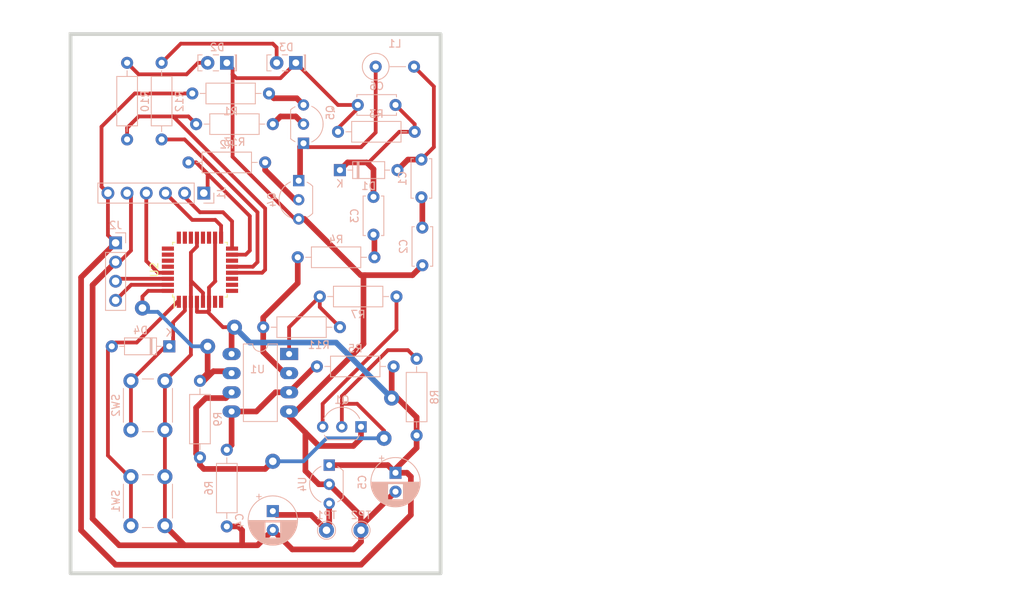
<source format=kicad_pcb>
(kicad_pcb (version 20221018) (generator pcbnew)
  (layers (0 "F.Cu" signal) (31 "B.Cu" signal) (34 "B.Paste" user) (35 "F.Paste" user) (36 "B.SilkS" user "B.Silkscreen") (37 "F.SilkS" user "F.Silkscreen") (38 "B.Mask" user) (39 "F.Mask" user) (44 "Edge.Cuts" user))
  (net 0 "")
  (net 1 "Net-(D1-A)")
  (net 2 "-BATT")
  (net 3 "Net-(D1-K)")
  (net 4 "Net-(C3-Pad2)")
  (net 5 "+BATT")
  (net 6 "VCC")
  (net 7 "Net-(D2-A)")
  (net 8 "Net-(D3-A)")
  (net 9 "Net-(D4-K)")
  (net 10 "Net-(U1A--)")
  (net 11 "Net-(U1A-+)")
  (net 12 "Net-(D4-A)")
  (net 25 "Net-(J1-Pin_1)")
  (net 26 "Net-(J1-Pin_2)")
  (net 27 "Net-(J1-Pin_3)")
  (net 28 "Net-(Q4-D)")
  (net 29 "Net-(Q1-C)")
  (net 30 "Net-(Q1-B)")
  (net 31 "Net-(Q4-G)")
  (net 32 "Net-(Q5-B)")
  (net 33 "Net-(Q5-C)")
  (net 34 "Net-(R11-Pad2)")
  (net 35 "Net-(U2-PD2)")
  (net 36 "Net-(U2-PB1)")
  (net 37 "Net-(J2-Pin_4)")
  (net 41 "Net-(C1-Pad2)")
  (net 42 "Net-(U2-PB0)")
  (net 43 "Net-(J2-Pin_3)")
  (net 44 "Net-(J1-Pin_4)")
  (footprint "Package_QFP:TQFP-32_7x7mm_P0.8mm" (layer "F.Cu") (at 80.772 84.328 90)
    (fp_text reference "U2" (at 0 -6.05 90) (layer "F.SilkS"))
    (fp_text value "ATmega8A-A")
    (pad "1" smd rect (at -4.25 -2.8 90) (size 1.6 0.55) (layers "F.Cu" "F.Paste" "F.Mask") (net 12 "Net-(D4-A)"))
    (pad "2" smd rect (at -4.25 -2 90) (size 1.6 0.55) (layers "F.Cu" "F.Paste" "F.Mask") (net 9 "Net-(D4-K)"))
    (pad "3" smd rect (at -4.25 -1.2 90) (size 1.6 0.55) (layers "F.Cu" "F.Paste" "F.Mask") (net 2 "-BATT"))
    (pad "4" smd rect (at -4.25 -0.4 90) (size 1.6 0.55) (layers "F.Cu" "F.Paste" "F.Mask") (net 6 "VCC"))
    (pad "5" smd rect (at -4.25 0.4 90) (size 1.6 0.55) (layers "F.Cu" "F.Paste" "F.Mask") (net 2 "-BATT"))
    (pad "6" smd rect (at -4.25 1.2 90) (size 1.6 0.55) (layers "F.Cu" "F.Paste" "F.Mask") (net 6 "VCC"))
    (pad "7" smd rect (at -4.25 2 90) (size 1.6 0.55) (layers "F.Cu" "F.Paste" "F.Mask"))
    (pad "8" smd rect (at -4.25 2.8 90) (size 1.6 0.55) (layers "F.Cu" "F.Paste" "F.Mask"))
    (pad "9" smd rect (at -2.8 4.25 180) (size 1.6 0.55) (layers "F.Cu" "F.Paste" "F.Mask"))
    (pad "10" smd rect (at -2 4.25 180) (size 1.6 0.55) (layers "F.Cu" "F.Paste" "F.Mask"))
    (pad "11" smd rect (at -1.2 4.25 180) (size 1.6 0.55) (layers "F.Cu" "F.Paste" "F.Mask"))
    (pad "12" smd rect (at -0.4 4.25 180) (size 1.6 0.55) (layers "F.Cu" "F.Paste" "F.Mask") (net 42 "Net-(U2-PB0)"))
    (pad "13" smd rect (at 0.4 4.25 180) (size 1.6 0.55) (layers "F.Cu" "F.Paste" "F.Mask") (net 36 "Net-(U2-PB1)"))
    (pad "14" smd rect (at 1.2 4.25 180) (size 1.6 0.55) (layers "F.Cu" "F.Paste" "F.Mask"))
    (pad "15" smd rect (at 2 4.25 180) (size 1.6 0.55) (layers "F.Cu" "F.Paste" "F.Mask") (net 25 "Net-(J1-Pin_1)"))
    (pad "16" smd rect (at 2.8 4.25 180) (size 1.6 0.55) (layers "F.Cu" "F.Paste" "F.Mask") (net 26 "Net-(J1-Pin_2)"))
    (pad "17" smd rect (at 4.25 2.8 90) (size 1.6 0.55) (layers "F.Cu" "F.Paste" "F.Mask") (net 27 "Net-(J1-Pin_3)"))
    (pad "18" smd rect (at 4.25 2 90) (size 1.6 0.55) (layers "F.Cu" "F.Paste" "F.Mask") (net 6 "VCC"))
    (pad "19" smd rect (at 4.25 1.2 90) (size 1.6 0.55) (layers "F.Cu" "F.Paste" "F.Mask"))
    (pad "20" smd rect (at 4.25 0.4 90) (size 1.6 0.55) (layers "F.Cu" "F.Paste" "F.Mask"))
    (pad "21" smd rect (at 4.25 -0.4 90) (size 1.6 0.55) (layers "F.Cu" "F.Paste" "F.Mask") (net 2 "-BATT"))
    (pad "22" smd rect (at 4.25 -1.2 90) (size 1.6 0.55) (layers "F.Cu" "F.Paste" "F.Mask"))
    (pad "23" smd rect (at 4.25 -2 90) (size 1.6 0.55) (layers "F.Cu" "F.Paste" "F.Mask"))
    (pad "24" smd rect (at 4.25 -2.8 90) (size 1.6 0.55) (layers "F.Cu" "F.Paste" "F.Mask"))
    (pad "25" smd rect (at 2.8 -4.25 180) (size 1.6 0.55) (layers "F.Cu" "F.Paste" "F.Mask"))
    (pad "26" smd rect (at 2 -4.25 180) (size 1.6 0.55) (layers "F.Cu" "F.Paste" "F.Mask"))
    (pad "27" smd rect (at 1.2 -4.25 180) (size 1.6 0.55) (layers "F.Cu" "F.Paste" "F.Mask"))
    (pad "28" smd rect (at 0.4 -4.25 180) (size 1.6 0.55) (layers "F.Cu" "F.Paste" "F.Mask"))
    (pad "29" smd rect (at -0.4 -4.25 180) (size 1.6 0.55) (layers "F.Cu" "F.Paste" "F.Mask") (net 44 "Net-(J1-Pin_4)"))
    (pad "30" smd rect (at -1.2 -4.25 180) (size 1.6 0.55) (layers "F.Cu" "F.Paste" "F.Mask") (net 43 "Net-(J2-Pin_3)"))
    (pad "31" smd rect (at -2 -4.25 180) (size 1.6 0.55) (layers "F.Cu" "F.Paste" "F.Mask") (net 37 "Net-(J2-Pin_4)"))
    (pad "32" smd rect (at -2.8 -4.25 180) (size 1.6 0.55) (layers "F.Cu" "F.Paste" "F.Mask") (net 35 "Net-(U2-PD2)"))
  )
  (footprint "Resistor_THT:R_Axial_DIN0207_L6.3mm_D2.5mm_P10.16mm_Horizontal" (layer "B.Cu") (at 80.772 109.22 90)
    (fp_text reference "R9" (at 5.08 2.37 90) (layer "B.SilkS") (effects (justify mirror)))
    (fp_text value "100k")
    (pad "1" thru_hole circle (at 0 0 90) (size 1.6 1.6) (drill 0.8) (layers "*.Cu" "*.Mask") (net 29 "Net-(Q1-C)"))
    (pad "2" thru_hole oval (at 10.16 0 90) (size 1.6 1.6) (drill 0.8) (layers "*.Cu" "*.Mask") (net 35 "Net-(U2-PD2)"))
  )
  (footprint "TestPoint:TestPoint_THTPad_D2.0mm_Drill1.0mm" (layer "B.Cu") (at 102.108 118.872 180)
    (fp_text reference "TP2" (at 0 1.998) (layer "B.SilkS") (effects (justify mirror)))
    (fp_text value "-BATT")
    (pad "1" thru_hole circle (at 0 0 180) (size 2 2) (drill 1) (layers "*.Cu" "*.Mask") (net 2 "-BATT"))
  )
  (footprint "Resistor_THT:R_Axial_DIN0207_L6.3mm_D2.5mm_P10.16mm_Horizontal" (layer "B.Cu") (at 103.886 82.677 180)
    (fp_text reference "R4" (at 5.08 2.37 -360) (layer "B.SilkS") (effects (justify mirror)))
    (fp_text value "33k")
    (pad "1" thru_hole circle (at 0 0 180) (size 1.6 1.6) (drill 0.8) (layers "*.Cu" "*.Mask") (net 4 "Net-(C3-Pad2)"))
    (pad "2" thru_hole oval (at 10.16 0 180) (size 1.6 1.6) (drill 0.8) (layers "*.Cu" "*.Mask") (net 10 "Net-(U1A--)"))
  )
  (footprint "Resistor_THT:R_Axial_DIN0207_L6.3mm_D2.5mm_P10.16mm_Horizontal" (layer "B.Cu") (at 96.647 87.884)
    (fp_text reference "R7" (at 5.08 2.37) (layer "B.SilkS") (effects (justify mirror)))
    (fp_text value "1k2")
    (pad "1" thru_hole circle (at 0 0) (size 1.6 1.6) (drill 0.8) (layers "*.Cu" "*.Mask") (net 34 "Net-(R11-Pad2)"))
    (pad "2" thru_hole oval (at 10.16 0) (size 1.6 1.6) (drill 0.8) (layers "*.Cu" "*.Mask") (net 30 "Net-(Q1-B)"))
  )
  (footprint "Package_TO_SOT_THT:TO-92_Inline_Wide" (layer "B.Cu") (at 93.853 72.517 -90)
    (fp_text reference "Q4" (at 2.54 3.56 90) (layer "B.SilkS") (effects (justify mirror)))
    (fp_text value "BS170")
    (pad "1" thru_hole rect (at 0 0 270) (size 1.5 1.5) (drill 0.8) (layers "*.Cu" "*.Mask") (net 28 "Net-(Q4-D)"))
    (pad "2" thru_hole circle (at 2.54 0 270) (size 1.5 1.5) (drill 0.8) (layers "*.Cu" "*.Mask") (net 31 "Net-(Q4-G)"))
    (pad "3" thru_hole circle (at 5.08 0 270) (size 1.5 1.5) (drill 0.8) (layers "*.Cu" "*.Mask") (net 2 "-BATT"))
  )
  (footprint "Resistor_THT:R_Axial_DIN0207_L6.3mm_D2.5mm_P10.16mm_Horizontal" (layer "B.Cu") (at 80.264 65.024)
    (fp_text reference "R13" (at 5.08 2.37) (layer "B.SilkS") (effects (justify mirror)))
    (fp_text value "100k")
    (pad "1" thru_hole circle (at 0 0) (size 1.6 1.6) (drill 0.8) (layers "*.Cu" "*.Mask") (net 42 "Net-(U2-PB0)"))
    (pad "2" thru_hole oval (at 10.16 0) (size 1.6 1.6) (drill 0.8) (layers "*.Cu" "*.Mask") (net 32 "Net-(Q5-B)"))
  )
  (footprint "Connector_PinHeader_2.54mm:PinHeader_1x04_P2.54mm_Vertical" (layer "B.Cu") (at 69.596 80.772 180)
    (fp_text reference "J2" (at 0 2.33) (layer "B.SilkS") (effects (justify mirror)))
    (fp_text value "UART pins")
    (pad "1" thru_hole rect (at 0 0 180) (size 1.7 1.7) (drill 1) (layers "*.Cu" "*.Mask") (net 6 "VCC"))
    (pad "2" thru_hole oval (at 0 -2.54 180) (size 1.7 1.7) (drill 1) (layers "*.Cu" "*.Mask") (net 2 "-BATT"))
    (pad "3" thru_hole oval (at 0 -5.08 180) (size 1.7 1.7) (drill 1) (layers "*.Cu" "*.Mask") (net 43 "Net-(J2-Pin_3)"))
    (pad "4" thru_hole oval (at 0 -7.62 180) (size 1.7 1.7) (drill 1) (layers "*.Cu" "*.Mask") (net 37 "Net-(J2-Pin_4)"))
  )
  (footprint "LED_THT:LED_Rectangular_W5.0mm_H2.0mm" (layer "B.Cu") (at 93.472 56.896 180)
    (fp_text reference "D3" (at 1.27 2.06) (layer "B.SilkS") (effects (justify mirror)))
    (fp_text value "LED")
    (pad "1" thru_hole rect (at 0 0 180) (size 1.8 1.8) (drill 0.9) (layers "*.Cu" "*.Mask") (net 2 "-BATT"))
    (pad "2" thru_hole circle (at 2.54 0 180) (size 1.8 1.8) (drill 0.9) (layers "*.Cu" "*.Mask") (net 8 "Net-(D3-A)"))
  )
  (footprint "Capacitor_THT:CP_Radial_D6.3mm_P2.50mm" (layer "B.Cu") (at 90.424 116.332 -90)
    (fp_text reference "C4" (at 1.25 4.4 90) (layer "B.SilkS") (effects (justify mirror)))
    (fp_text value "10u")
    (pad "1" thru_hole rect (at 0 0 270) (size 1.6 1.6) (drill 0.8) (layers "*.Cu" "*.Mask") (net 5 "+BATT"))
    (pad "2" thru_hole circle (at 2.5 0 270) (size 1.6 1.6) (drill 0.8) (layers "*.Cu" "*.Mask") (net 2 "-BATT"))
  )
  (footprint "Resistor_THT:R_Axial_DIN0207_L6.3mm_D2.5mm_P10.16mm_Horizontal" (layer "B.Cu") (at 79.756 60.96)
    (fp_text reference "R1" (at 5.08 2.37) (layer "B.SilkS") (effects (justify mirror)))
    (fp_text value "100")
    (pad "1" thru_hole circle (at 0 0) (size 1.6 1.6) (drill 0.8) (layers "*.Cu" "*.Mask") (net 6 "VCC"))
    (pad "2" thru_hole oval (at 10.16 0) (size 1.6 1.6) (drill 0.8) (layers "*.Cu" "*.Mask") (net 33 "Net-(Q5-C)"))
  )
  (footprint "Resistor_THT:R_Axial_DIN0207_L6.3mm_D2.5mm_P10.16mm_Horizontal" (layer "B.Cu") (at 84.328 108.204 -90)
    (fp_text reference "R6" (at 5.08 2.37 -270) (layer "B.SilkS") (effects (justify mirror)))
    (fp_text value "1k8")
    (pad "1" thru_hole circle (at 0 0 270) (size 1.6 1.6) (drill 0.8) (layers "*.Cu" "*.Mask") (net 11 "Net-(U1A-+)"))
    (pad "2" thru_hole oval (at 10.16 0 270) (size 1.6 1.6) (drill 0.8) (layers "*.Cu" "*.Mask") (net 2 "-BATT"))
  )
  (footprint "Package_TO_SOT_THT:TO-92L_Inline_Wide" (layer "B.Cu") (at 102.108 105.156 180)
    (fp_text reference "Q1" (at 2.54 3.56) (layer "B.SilkS") (effects (justify mirror)))
    (fp_text value "STC945")
    (pad "1" thru_hole rect (at 0 0 180) (size 1.5 1.5) (drill 0.8) (layers "*.Cu" "*.Mask") (net 2 "-BATT"))
    (pad "2" thru_hole circle (at 2.54 0 180) (size 1.5 1.5) (drill 0.8) (layers "*.Cu" "*.Mask") (net 29 "Net-(Q1-C)"))
    (pad "3" thru_hole circle (at 5.08 0 180) (size 1.5 1.5) (drill 0.8) (layers "*.Cu" "*.Mask") (net 30 "Net-(Q1-B)"))
  )
  (footprint "Package_TO_SOT_THT:TO-92L_Inline_Wide" (layer "B.Cu") (at 94.488 67.564 90)
    (fp_text reference "Q5" (at 4.064 3.556 90) (layer "B.SilkS") (effects (justify mirror)))
    (fp_text value "2SC9014")
    (pad "1" thru_hole rect (at 0 0 90) (size 1.5 1.5) (drill 0.8) (layers "*.Cu" "*.Mask") (net 28 "Net-(Q4-D)"))
    (pad "2" thru_hole circle (at 2.54 0 90) (size 1.5 1.5) (drill 0.8) (layers "*.Cu" "*.Mask") (net 32 "Net-(Q5-B)"))
    (pad "3" thru_hole circle (at 5.08 0 90) (size 1.5 1.5) (drill 0.8) (layers "*.Cu" "*.Mask") (net 33 "Net-(Q5-C)"))
  )
  (footprint "Resistor_THT:R_Axial_DIN0207_L6.3mm_D2.5mm_P10.16mm_Horizontal" (layer "B.Cu") (at 71.12 67.056 90)
    (fp_text reference "R10" (at 5.08 2.37 90) (layer "B.SilkS") (effects (justify mirror)))
    (fp_text value "1k")
    (pad "1" thru_hole circle (at 0 0 90) (size 1.6 1.6) (drill 0.8) (layers "*.Cu" "*.Mask") (net 42 "Net-(U2-PB0)"))
    (pad "2" thru_hole oval (at 10.16 0 90) (size 1.6 1.6) (drill 0.8) (layers "*.Cu" "*.Mask") (net 7 "Net-(D2-A)"))
  )
  (footprint "Package_TO_SOT_THT:TO-92_Inline_Wide" (layer "B.Cu") (at 97.896 110.236 -90)
    (fp_text reference "U4" (at 2.54 3.56 -270) (layer "B.SilkS") (effects (justify mirror)))
    (fp_text value "L78L05_TO92")
    (pad "1" thru_hole rect (at 0 0 270) (size 1.5 1.5) (drill 0.8) (layers "*.Cu" "*.Mask") (net 6 "VCC"))
    (pad "2" thru_hole circle (at 2.54 0 270) (size 1.5 1.5) (drill 0.8) (layers "*.Cu" "*.Mask") (net 2 "-BATT"))
    (pad "3" thru_hole circle (at 5.08 0 270) (size 1.5 1.5) (drill 0.8) (layers "*.Cu" "*.Mask") (net 5 "+BATT"))
  )
  (footprint "Diode_THT:D_DO-35_SOD27_P7.62mm_Horizontal" (layer "B.Cu") (at 76.708 94.488 180)
    (fp_text reference "D4" (at 3.81 2.12 -360) (layer "B.SilkS") (effects (justify mirror)))
    (fp_text value "1N4148")
    (fp_text user "K" (at 0 1.8 -360) (layer "B.SilkS") (effects (justify mirror)))
    (pad "1" thru_hole rect (at 0 0 180) (size 1.6 1.6) (drill 0.8) (layers "*.Cu" "*.Mask") (net 9 "Net-(D4-K)"))
    (pad "2" thru_hole oval (at 7.62 0 180) (size 1.6 1.6) (drill 0.8) (layers "*.Cu" "*.Mask") (net 12 "Net-(D4-A)"))
  )
  (footprint "TestPoint:TestPoint_THTPad_D2.0mm_Drill1.0mm" (layer "B.Cu") (at 97.536 118.872 180)
    (fp_text reference "TP1" (at 0 1.998) (layer "B.SilkS") (effects (justify mirror)))
    (fp_text value "+BATT")
    (pad "1" thru_hole circle (at 0 0 180) (size 2 2) (drill 1) (layers "*.Cu" "*.Mask") (net 5 "+BATT"))
  )
  (footprint "Package_DIP:DIP-8_W7.62mm_LongPads" (layer "B.Cu") (at 92.583 95.504 180)
    (fp_text reference "U1" (at 4.191 -2.032) (layer "B.SilkS") (effects (justify mirror)))
    (fp_text value "LM358")
    (pad "1" thru_hole rect (at 0 0 180) (size 2.4 1.6) (drill 0.8) (layers "*.Cu" "*.Mask") (net 34 "Net-(R11-Pad2)"))
    (pad "2" thru_hole oval (at 0 -2.54 180) (size 2.4 1.6) (drill 0.8) (layers "*.Cu" "*.Mask") (net 10 "Net-(U1A--)"))
    (pad "3" thru_hole oval (at 0 -5.08 180) (size 2.4 1.6) (drill 0.8) (layers "*.Cu" "*.Mask") (net 11 "Net-(U1A-+)"))
    (pad "4" thru_hole oval (at 0 -7.62 180) (size 2.4 1.6) (drill 0.8) (layers "*.Cu" "*.Mask") (net 2 "-BATT"))
    (pad "5" thru_hole oval (at 7.62 -7.62 180) (size 2.4 1.6) (drill 0.8) (layers "*.Cu" "*.Mask") (net 11 "Net-(U1A-+)"))
    (pad "6" thru_hole oval (at 7.62 -5.08 180) (size 2.4 1.6) (drill 0.8) (layers "*.Cu" "*.Mask") (net 29 "Net-(Q1-C)"))
    (pad "7" thru_hole oval (at 7.62 -2.54 180) (size 2.4 1.6) (drill 0.8) (layers "*.Cu" "*.Mask") (net 35 "Net-(U2-PD2)"))
    (pad "8" thru_hole oval (at 7.62 0 180) (size 2.4 1.6) (drill 0.8) (layers "*.Cu" "*.Mask") (net 6 "VCC"))
  )
  (footprint "Resistor_THT:R_Axial_DIN0207_L6.3mm_D2.5mm_P10.16mm_Horizontal" (layer "B.Cu") (at 89.408 70.104 180)
    (fp_text reference "R2" (at 5.08 2.37) (layer "B.SilkS") (effects (justify mirror)))
    (fp_text value "1k")
    (pad "1" thru_hole circle (at 0 0 180) (size 1.6 1.6) (drill 0.8) (layers "*.Cu" "*.Mask") (net 31 "Net-(Q4-G)"))
    (pad "2" thru_hole oval (at 10.16 0 180) (size 1.6 1.6) (drill 0.8) (layers "*.Cu" "*.Mask") (net 25 "Net-(J1-Pin_1)"))
  )
  (footprint "Resistor_THT:R_Axial_DIN0207_L6.3mm_D2.5mm_P10.16mm_Horizontal" (layer "B.Cu") (at 75.692 67.056 90)
    (fp_text reference "R12" (at 5.08 2.37 90) (layer "B.SilkS") (effects (justify mirror)))
    (fp_text value "1k")
    (pad "1" thru_hole circle (at 0 0 90) (size 1.6 1.6) (drill 0.8) (layers "*.Cu" "*.Mask") (net 36 "Net-(U2-PB1)"))
    (pad "2" thru_hole oval (at 10.16 0 90) (size 1.6 1.6) (drill 0.8) (layers "*.Cu" "*.Mask") (net 8 "Net-(D3-A)"))
  )
  (footprint "Resistor_THT:R_Axial_DIN0207_L6.3mm_D2.5mm_P10.16mm_Horizontal" (layer "B.Cu") (at 109.474 106.299 90)
    (fp_text reference "R8" (at 5.08 2.37 90) (layer "B.SilkS") (effects (justify mirror)))
    (fp_text value "33k")
    (pad "1" thru_hole circle (at 0 0 90) (size 1.6 1.6) (drill 0.8) (layers "*.Cu" "*.Mask") (net 6 "VCC"))
    (pad "2" thru_hole oval (at 10.16 0 90) (size 1.6 1.6) (drill 0.8) (layers "*.Cu" "*.Mask") (net 29 "Net-(Q1-C)"))
  )
  (footprint "Capacitor_THT:C_Disc_D5.0mm_W2.5mm_P5.00mm" (layer "B.Cu") (at 110.109 69.723 -90)
    (fp_text reference "C1" (at 2.5 2.5 90) (layer "B.SilkS") (effects (justify mirror)))
    (fp_text value "1n")
    (pad "1" thru_hole circle (at 0 0 270) (size 1.6 1.6) (drill 0.8) (layers "*.Cu" "*.Mask") (net 1 "Net-(D1-A)"))
    (pad "2" thru_hole circle (at 5 0 270) (size 1.6 1.6) (drill 0.8) (layers "*.Cu" "*.Mask") (net 41 "Net-(C1-Pad2)"))
  )
  (footprint "Resistor_THT:R_Axial_DIN0207_L6.3mm_D2.5mm_P10.16mm_Horizontal" (layer "B.Cu") (at 109.22 66.04 180)
    (fp_text reference "R3" (at 5.08 2.37) (layer "B.SilkS") (effects (justify mirror)))
    (fp_text value "270k")
    (pad "1" thru_hole circle (at 0 0 180) (size 1.6 1.6) (drill 0.8) (layers "*.Cu" "*.Mask") (net 3 "Net-(D1-K)"))
    (pad "2" thru_hole oval (at 10.16 0 180) (size 1.6 1.6) (drill 0.8) (layers "*.Cu" "*.Mask") (net 2 "-BATT"))
  )
  (footprint "Inductor_THT:L_Axial_L7.0mm_D3.3mm_P5.08mm_Vertical_Fastron_MICC" (layer "B.Cu") (at 104.052 57.404)
    (fp_text reference "L1" (at 2.54 -3.048) (layer "B.SilkS") (effects (justify mirror)))
    (fp_text value "3.3mH")
    (pad "1" thru_hole circle (at 0 0) (size 1.6 1.6) (drill 0.8) (layers "*.Cu" "*.Mask") (net 28 "Net-(Q4-D)"))
    (pad "2" thru_hole oval (at 5.08 0) (size 1.6 1.6) (drill 0.8) (layers "*.Cu" "*.Mask") (net 1 "Net-(D1-A)"))
  )
  (footprint "Connector_PinHeader_2.54mm:PinHeader_1x06_P2.54mm_Vertical" (layer "B.Cu") (at 81.28 74.168 90)
    (fp_text reference "J1" (at 0 2.33 90) (layer "B.SilkS") (effects (justify mirror)))
    (fp_text value "SPI pins")
    (pad "1" thru_hole rect (at 0 0 90) (size 1.7 1.7) (drill 1) (layers "*.Cu" "*.Mask") (net 25 "Net-(J1-Pin_1)"))
    (pad "2" thru_hole oval (at 0 -2.54 90) (size 1.7 1.7) (drill 1) (layers "*.Cu" "*.Mask") (net 26 "Net-(J1-Pin_2)"))
    (pad "3" thru_hole oval (at 0 -5.08 90) (size 1.7 1.7) (drill 1) (layers "*.Cu" "*.Mask") (net 27 "Net-(J1-Pin_3)"))
    (pad "4" thru_hole oval (at 0 -7.62 90) (size 1.7 1.7) (drill 1) (layers "*.Cu" "*.Mask") (net 44 "Net-(J1-Pin_4)"))
    (pad "5" thru_hole oval (at 0 -10.16 90) (size 1.7 1.7) (drill 1) (layers "*.Cu" "*.Mask") (net 2 "-BATT"))
    (pad "6" thru_hole oval (at 0 -12.7 90) (size 1.7 1.7) (drill 1) (layers "*.Cu" "*.Mask") (net 6 "VCC"))
  )
  (footprint "Resistor_THT:R_Axial_DIN0207_L6.3mm_D2.5mm_P10.16mm_Horizontal" (layer "B.Cu") (at 89.154 91.948)
    (fp_text reference "R11" (at 7.366 2.37 -360) (layer "B.SilkS") (effects (justify mirror)))
    (fp_text value "390k")
    (pad "1" thru_hole circle (at 0 0) (size 1.6 1.6) (drill 0.8) (layers "*.Cu" "*.Mask") (net 10 "Net-(U1A--)"))
    (pad "2" thru_hole oval (at 10.16 0) (size 1.6 1.6) (drill 0.8) (layers "*.Cu" "*.Mask") (net 34 "Net-(R11-Pad2)"))
  )
  (footprint "Button_Switch_THT:SW_PUSH_6mm_H5mm" (layer "B.Cu") (at 71.628 111.76 -90)
    (fp_text reference "SW1" (at 3.25 2 -270) (layer "B.SilkS") (effects (justify mirror)))
    (fp_text value "Switch Mode")
    (pad "1" thru_hole circle (at 0 0 180) (size 2 2) (drill 1.1) (layers "*.Cu" "*.Mask") (net 12 "Net-(D4-A)"))
    (pad "1" thru_hole circle (at 6.5 0 180) (size 2 2) (drill 1.1) (layers "*.Cu" "*.Mask") (net 12 "Net-(D4-A)"))
    (pad "2" thru_hole circle (at 0 -4.5 180) (size 2 2) (drill 1.1) (layers "*.Cu" "*.Mask") (net 2 "-BATT"))
    (pad "2" thru_hole circle (at 6.5 -4.5 180) (size 2 2) (drill 1.1) (layers "*.Cu" "*.Mask") (net 2 "-BATT"))
  )
  (footprint "Diode_THT:D_DO-35_SOD27_P7.62mm_Horizontal" (layer "B.Cu") (at 99.314 71.12)
    (fp_text reference "D1" (at 3.81 2.12) (layer "B.SilkS") (effects (justify mirror)))
    (fp_text value "1N4148")
    (fp_text user "K" (at 0 1.8) (layer "B.SilkS") (effects (justify mirror)))
    (pad "1" thru_hole rect (at 0 0) (size 1.6 1.6) (drill 0.8) (layers "*.Cu" "*.Mask") (net 3 "Net-(D1-K)"))
    (pad "2" thru_hole oval (at 7.62 0) (size 1.6 1.6) (drill 0.8) (layers "*.Cu" "*.Mask") (net 1 "Net-(D1-A)"))
  )
  (footprint "Capacitor_THT:C_Disc_D5.0mm_W2.5mm_P5.00mm" (layer "B.Cu") (at 103.759 74.676 -90)
    (fp_text reference "C3" (at 2.5 2.5 -270) (layer "B.SilkS") (effects (justify mirror)))
    (fp_text value "12n")
    (pad "1" thru_hole circle (at 0 0 270) (size 1.6 1.6) (drill 0.8) (layers "*.Cu" "*.Mask") (net 3 "Net-(D1-K)"))
    (pad "2" thru_hole circle (at 5 0 270) (size 1.6 1.6) (drill 0.8) (layers "*.Cu" "*.Mask") (net 4 "Net-(C3-Pad2)"))
  )
  (footprint "Button_Switch_THT:SW_PUSH_6mm_H5mm" (layer "B.Cu") (at 71.628 99.06 -90)
    (fp_text reference "SW2" (at 3.25 2 90) (layer "B.SilkS") (effects (justify mirror)))
    (fp_text value "Save Mode")
    (pad "1" thru_hole circle (at 0 0 180) (size 2 2) (drill 1.1) (layers "*.Cu" "*.Mask") (net 9 "Net-(D4-K)"))
    (pad "1" thru_hole circle (at 6.5 0 180) (size 2 2) (drill 1.1) (layers "*.Cu" "*.Mask") (net 9 "Net-(D4-K)"))
    (pad "2" thru_hole circle (at 0 -4.5 180) (size 2 2) (drill 1.1) (layers "*.Cu" "*.Mask") (net 2 "-BATT"))
    (pad "2" thru_hole circle (at 6.5 -4.5 180) (size 2 2) (drill 1.1) (layers "*.Cu" "*.Mask") (net 2 "-BATT"))
  )
  (footprint "Capacitor_THT:C_Disc_D5.0mm_W2.5mm_P5.00mm" (layer "B.Cu") (at 106.68 62.484 180)
    (fp_text reference "C6" (at 2.5 2.5) (layer "B.SilkS") (effects (justify mirror)))
    (fp_text value "4n7")
    (pad "1" thru_hole circle (at 0 0 180) (size 1.6 1.6) (drill 0.8) (layers "*.Cu" "*.Mask") (net 3 "Net-(D1-K)"))
    (pad "2" thru_hole circle (at 5 0 180) (size 1.6 1.6) (drill 0.8) (layers "*.Cu" "*.Mask") (net 2 "-BATT"))
  )
  (footprint "Capacitor_THT:C_Disc_D5.0mm_W2.5mm_P5.00mm" (layer "B.Cu") (at 110.236 78.74 -90)
    (fp_text reference "C2" (at 2.5 2.5 90) (layer "B.SilkS") (effects (justify mirror)))
    (fp_text value "1n")
    (pad "1" thru_hole circle (at 0 0 270) (size 1.6 1.6) (drill 0.8) (layers "*.Cu" "*.Mask") (net 41 "Net-(C1-Pad2)"))
    (pad "2" thru_hole circle (at 5 0 270) (size 1.6 1.6) (drill 0.8) (layers "*.Cu" "*.Mask") (net 2 "-BATT"))
  )
  (footprint "Resistor_THT:R_Axial_DIN0207_L6.3mm_D2.5mm_P10.16mm_Horizontal" (layer "B.Cu") (at 106.426 97.155 180)
    (fp_text reference "R5" (at 5.08 2.37) (layer "B.SilkS") (effects (justify mirror)))
    (fp_text value "4k7")
    (pad "1" thru_hole circle (at 0 0 180) (size 1.6 1.6) (drill 0.8) (layers "*.Cu" "*.Mask") (net 6 "VCC"))
    (pad "2" thru_hole oval (at 10.16 0 180) (size 1.6 1.6) (drill 0.8) (layers "*.Cu" "*.Mask") (net 11 "Net-(U1A-+)"))
  )
  (footprint "Capacitor_THT:CP_Radial_D6.3mm_P2.50mm" (layer "B.Cu") (at 106.68 111.252 -90)
    (fp_text reference "C5" (at 1.25 4.4 90) (layer "B.SilkS") (effects (justify mirror)))
    (fp_text value "10u")
    (pad "1" thru_hole rect (at 0 0 270) (size 1.6 1.6) (drill 0.8) (layers "*.Cu" "*.Mask") (net 6 "VCC"))
    (pad "2" thru_hole circle (at 2.5 0 270) (size 1.6 1.6) (drill 0.8) (layers "*.Cu" "*.Mask") (net 2 "-BATT"))
  )
  (footprint "LED_THT:LED_Rectangular_W5.0mm_H2.0mm" (layer "B.Cu") (at 84.328 56.896 180)
    (fp_text reference "D2" (at 1.27 2.06) (layer "B.SilkS") (effects (justify mirror)))
    (fp_text value "LED")
    (pad "1" thru_hole rect (at 0 0 180) (size 1.8 1.8) (drill 0.9) (layers "*.Cu" "*.Mask") (net 2 "-BATT"))
    (pad "2" thru_hole circle (at 2.54 0 180) (size 1.8 1.8) (drill 0.9) (layers "*.Cu" "*.Mask") (net 7 "Net-(D2-A)"))
  )
  (gr_rect (start 63.627 53.086) (end 112.649 124.587) (stroke (width 0.5)) (fill none) (layer "Edge.Cuts"))
  (segment (start 108.331 69.723) (end 106.934 71.12) (width 0.75) (layer "F.Cu") (net 1))
  (segment (start 111.76 60.032) (end 111.76 68.072) (width 0.5) (layer "F.Cu") (net 1))
  (segment (start 111.76 68.072) (end 110.109 69.723) (width 0.5) (layer "F.Cu") (net 1))
  (segment (start 109.132 57.404) (end 111.76 60.032) (width 0.5) (layer "F.Cu") (net 1))
  (segment (start 110.109 69.723) (end 108.331 69.723) (width 0.75) (layer "F.Cu") (net 1))
  (segment (start 93.472 103.124) (end 102.436 94.16) (width 0.75) (layer "F.Cu") (net 2))
  (segment (start 85.095 58.42) (end 85.095 57.663) (width 0.5) (layer "F.Cu") (net 2))
  (segment (start 91.44 58.928) (end 93.472 56.896) (width 0.5) (layer "F.Cu") (net 2))
  (segment (start 66.548 86.36) (end 66.548 117.348) (width 0.75) (layer "F.Cu") (net 2))
  (segment (start 81.172 87.403) (end 79.572 85.803) (width 0.5) (layer "F.Cu") (net 2))
  (segment (start 99.06 62.484) (end 93.472 56.896) (width 0.5) (layer "F.Cu") (net 2))
  (segment (start 102.108 118.872) (end 102.108 118.324) (width 0.75) (layer "F.Cu") (net 2))
  (segment (start 102.108 118.324) (end 106.68 113.752) (width 0.75) (layer "F.Cu") (net 2))
  (segment (start 97.896 112.776) (end 96.52 112.776) (width 0.75) (layer "F.Cu") (net 2))
  (segment (start 76.128 99.06) (end 76.128 105.56) (width 0.5) (layer "F.Cu") (net 2))
  (segment (start 92.583 103.124) (end 93.472 103.124) (width 0.75) (layer "F.Cu") (net 2))
  (segment (start 96.52 107.696) (end 101.092 107.696) (width 0.75) (layer "F.Cu") (net 2))
  (segment (start 81.172 88.578) (end 81.172 87.403) (width 0.5) (layer "F.Cu") (net 2))
  (segment (start 80.372 81.253) (end 80.372 80.078) (width 0.5) (layer "F.Cu") (net 2))
  (segment (start 79.572 95.616) (end 76.128 99.06) (width 0.5) (layer "F.Cu") (net 2))
  (segment (start 101.68 62.484) (end 99.06 62.484) (width 0.5) (layer "F.Cu") (net 2))
  (segment (start 102.108 116.988) (end 102.108 118.872) (width 0.75) (layer "F.Cu") (net 2))
  (segment (start 93.004 121.412) (end 101.092 121.412) (width 0.75) (layer "F.Cu") (net 2))
  (segment (start 101.092 121.412) (end 102.108 120.396) (width 0.75) (layer "F.Cu") (net 2))
  (segment (start 86.36 118.872) (end 86.36 120.864) (width 0.75) (layer "F.Cu") (net 2))
  (segment (start 85.603 58.928) (end 91.44 58.928) (width 0.5) (layer "F.Cu") (net 2))
  (segment (start 102.108 105.156) (end 102.108 106.68) (width 0.75) (layer "F.Cu") (net 2))
  (segment (start 102.436 94.16) (end 102.436 85.23) (width 0.75) (layer "F.Cu") (net 2))
  (segment (start 69.596 83.312) (end 66.548 86.36) (width 0.75) (layer "F.Cu") (net 2))
  (segment (start 79.572 88.578) (end 79.572 95.616) (width 0.5) (layer "F.Cu") (net 2))
  (segment (start 93.853 77.597) (end 93.345 77.597) (width 0.5) (layer "F.Cu") (net 2))
  (segment (start 99.06 65.572) (end 101.68 62.952) (width 0.5) (layer "F.Cu") (net 2))
  (segment (start 88.392 120.864) (end 90.424 118.832) (width 0.75) (layer "F.Cu") (net 2))
  (segment (start 102.068 85.05) (end 94.615 77.597) (width 0.75) (layer "F.Cu") (net 2))
  (segment (start 71.628 74.676) (end 71.628 81.788) (width 0.5) (layer "F.Cu") (net 2))
  (segment (start 76.128 105.56) (end 76.128 118.26) (width 0.5) (layer "F.Cu") (net 2))
  (segment (start 71.12 74.168) (end 71.628 74.676) (width 0.5) (layer "F.Cu") (net 2))
  (segment (start 85.095 57.663) (end 84.328 56.896) (width 0.5) (layer "F.Cu") (net 2))
  (segment (start 102.108 120.396) (end 102.108 118.872) (width 0.75) (layer "F.Cu") (net 2))
  (segment (start 85.852 118.364) (end 86.36 118.872) (width 0.75) (layer "F.Cu") (net 2))
  (segment (start 110.236 83.74) (end 108.926 85.05) (width 0.75) (layer "F.Cu") (net 2))
  (segment (start 102.616 85.05) (end 102.068 85.05) (width 0.75) (layer "F.Cu") (net 2))
  (segment (start 85.095 58.42) (end 85.603 58.928) (width 0.5) (layer "F.Cu") (net 2))
  (segment (start 86.36 120.864) (end 78.732 120.864) (width 0.75) (layer "F.Cu") (net 2))
  (segment (start 108.926 85.05) (end 102.616 85.05) (width 0.75) (layer "F.Cu") (net 2))
  (segment (start 90.424 118.832) (end 93.004 121.412) (width 0.75) (layer "F.Cu") (net 2))
  (segment (start 94.615 77.597) (end 93.853 77.597) (width 0.75) (layer "F.Cu") (net 2))
  (segment (start 101.68 62.952) (end 101.68 62.484) (width 0.5) (layer "F.Cu") (net 2))
  (segment (start 92.583 103.759) (end 94.742 105.918) (width 0.75) (layer "F.Cu") (net 2))
  (segment (start 94.742 105.918) (end 96.52 107.696) (width 0.75) (layer "F.Cu") (net 2))
  (segment (start 66.548 117.348) (end 70.064 120.864) (width 0.75) (layer "F.Cu") (net 2))
  (segment (start 102.436 85.23) (end 102.616 85.05) (width 0.75) (layer "F.Cu") (net 2))
  (segment (start 94.742 110.998) (end 94.742 105.918) (width 0.75) (layer "F.Cu") (net 2))
  (segment (start 93.345 77.597) (end 85.095 69.347) (width 0.5) (layer "F.Cu") (net 2))
  (segment (start 78.732 120.864) (end 76.128 118.26) (width 0.75) (layer "F.Cu") (net 2))
  (segment (start 96.52 112.776) (end 94.742 110.998) (width 0.75) (layer "F.Cu") (net 2))
  (segment (start 70.104 83.312) (end 69.596 83.312) (width 0.5) (layer "F.Cu") (net 2))
  (segment (start 97.896 112.776) (end 102.108 116.988) (width 0.75) (layer "F.Cu") (net 2))
  (segment (start 101.092 107.696) (end 102.108 106.68) (width 0.75) (layer "F.Cu") (net 2))
  (segment (start 79.572 88.578) (end 79.572 86.36) (width 0.5) (layer "F.Cu") (net 2))
  (segment (start 84.328 118.364) (end 85.852 118.364) (width 0.75) (layer "F.Cu") (net 2))
  (segment (start 92.583 103.124) (end 92.583 103.759) (width 0.75) (layer "F.Cu") (net 2))
  (segment (start 86.36 120.864) (end 88.392 120.864) (width 0.75) (layer "F.Cu") (net 2))
  (segment (start 79.572 86.36) (end 79.572 82.053) (width 0.5) (layer "F.Cu") (net 2))
  (segment (start 85.095 69.347) (end 85.095 58.42) (width 0.5) (layer "F.Cu") (net 2))
  (segment (start 71.628 81.788) (end 70.104 83.312) (width 0.5) (layer "F.Cu") (net 2))
  (segment (start 99.06 66.04) (end 99.06 65.572) (width 0.5) (layer "F.Cu") (net 2))
  (segment (start 70.064 120.864) (end 78.732 120.864) (width 0.75) (layer "F.Cu") (net 2))
  (segment (start 79.572 82.053) (end 80.372 81.253) (width 0.5) (layer "F.Cu") (net 2))
  (segment (start 109.22 65.024) (end 109.22 66.04) (width 0.5) (layer "F.Cu") (net 3))
  (segment (start 103.759 70.993) (end 103.759 74.676) (width 0.75) (layer "F.Cu") (net 3))
  (segment (start 107.188 66.04) (end 102.997 70.231) (width 0.5) (layer "F.Cu") (net 3))
  (segment (start 100.33 70.104) (end 99.314 71.12) (width 0.75) (layer "F.Cu") (net 3))
  (segment (start 102.87 70.104) (end 100.33 70.104) (width 0.75) (layer "F.Cu") (net 3))
  (segment (start 109.22 66.04) (end 107.188 66.04) (width 0.5) (layer "F.Cu") (net 3))
  (segment (start 102.997 70.231) (end 103.759 70.993) (width 0.75) (layer "F.Cu") (net 3))
  (segment (start 102.997 70.231) (end 102.87 70.104) (width 0.75) (layer "F.Cu") (net 3))
  (segment (start 106.68 62.484) (end 109.22 65.024) (width 0.5) (layer "F.Cu") (net 3))
  (segment (start 103.886 79.803) (end 103.759 79.676) (width 0.75) (layer "F.Cu") (net 4))
  (segment (start 103.886 82.677) (end 103.886 79.803) (width 0.75) (layer "F.Cu") (net 4))
  (segment (start 97.896 118.512) (end 97.536 118.872) (width 0.75) (layer "F.Cu") (net 5))
  (segment (start 95.504 116.84) (end 90.932 116.84) (width 0.75) (layer "F.Cu") (net 5))
  (segment (start 90.932 116.84) (end 90.424 116.332) (width 0.75) (layer "F.Cu") (net 5))
  (segment (start 97.896 115.316) (end 97.896 118.512) (width 0.75) (layer "F.Cu") (net 5))
  (segment (start 97.536 118.872) (end 95.504 116.84) (width 0.75) (layer "F.Cu") (net 5))
  (segment (start 106.172 101.346) (end 106.934 101.346) (width 0.75) (layer "F.Cu") (net 6))
  (segment (start 69.596 80.772) (end 65.024 85.344) (width 0.75) (layer "F.Cu") (net 6))
  (segment (start 106.172 97.409) (end 106.426 97.155) (width 0.75) (layer "F.Cu") (net 6))
  (segment (start 109.474 107.95) (end 109.474 106.299) (width 0.75) (layer "F.Cu") (net 6))
  (segment (start 81.972 89.732) (end 81.972 88.578) (width 0.5) (layer "F.Cu") (net 6))
  (segment (start 106.172 101.346) (end 106.172 97.409) (width 0.75) (layer "F.Cu") (net 6))
  (segment (start 97.896 110.236) (end 105.664 110.236) (width 0.75) (layer "F.Cu") (net 6))
  (segment (start 109.474 103.886) (end 109.474 106.299) (width 0.75) (layer "F.Cu") (net 6))
  (segment (start 85.344 91.948) (end 83.82 91.948) (width 0.5) (layer "F.Cu") (net 6))
  (segment (start 82.804 85.852) (end 81.972 86.684) (width 0.5) (layer "F.Cu") (net 6))
  (segment (start 68.58 79.756) (end 69.596 80.772) (width 0.5) (layer "F.Cu") (net 6))
  (segment (start 69.596 123.444) (end 102.108 123.444) (width 0.75) (layer "F.Cu") (net 6))
  (segment (start 108.712 111.76) (end 108.204 111.252) (width 0.75) (layer "F.Cu") (net 6))
  (segment (start 80.372 88.578) (end 80.372 89.916) (width 0.5) (layer "F.Cu") (net 6))
  (segment (start 81.788 89.916) (end 81.972 89.732) (width 0.5) (layer "F.Cu") (net 6))
  (segment (start 106.934 101.346) (end 109.474 103.886) (width 0.75) (layer "F.Cu") (net 6))
  (segment (start 106.68 110.744) (end 109.474 107.95) (width 0.75) (layer "F.Cu") (net 6))
  (segment (start 67.73 73.318) (end 68.58 74.168) (width 0.5) (layer "F.Cu") (net 6))
  (segment (start 81.972 86.684) (end 81.972 88.578) (width 0.5) (layer "F.Cu") (net 6))
  (segment (start 65.024 118.872) (end 69.596 123.444) (width 0.75) (layer "F.Cu") (net 6))
  (segment (start 82.772 85.82) (end 82.804 85.852) (width 0.5) (layer "F.Cu") (net 6))
  (segment (start 67.73 65.366) (end 67.73 73.318) (width 0.5) (layer "F.Cu") (net 6))
  (segment (start 106.68 111.252) (end 106.68 110.744) (width 0.75) (layer "F.Cu") (net 6))
  (segment (start 79.756 60.96) (end 72.136 60.96) (width 0.5) (layer "F.Cu") (net 6))
  (segment (start 68.58 74.168) (end 68.58 79.756) (width 0.5) (layer "F.Cu") (net 6))
  (segment (start 105.664 110.236) (end 106.68 111.252) (width 0.75) (layer "F.Cu") (net 6))
  (segment (start 82.772 80.078) (end 82.772 85.82) (width 0.5) (layer "F.Cu") (net 6))
  (segment (start 102.108 123.444) (end 108.712 116.84) (width 0.75) (layer "F.Cu") (net 6))
  (segment (start 85.344 91.948) (end 84.963 92.329) (width 0.75) (layer "F.Cu") (net 6))
  (segment (start 108.712 116.84) (end 108.712 111.76) (width 0.75) (layer "F.Cu") (net 6))
  (segment (start 80.372 89.916) (end 81.788 89.916) (width 0.5) (layer "F.Cu") (net 6))
  (segment (start 108.204 111.252) (end 106.68 111.252) (width 0.75) (layer "F.Cu") (net 6))
  (segment (start 72.136 60.96) (end 67.73 65.366) (width 0.5) (layer "F.Cu") (net 6))
  (segment (start 83.82 91.948) (end 81.788 89.916) (width 0.5) (layer "F.Cu") (net 6))
  (segment (start 65.024 85.344) (end 65.024 118.872) (width 0.75) (layer "F.Cu") (net 6))
  (segment (start 84.963 92.329) (end 84.963 95.504) (width 0.75) (layer "F.Cu") (net 6))
  (via (at 85.344 91.948) (size 2) (drill 1) (layers "F.Cu" "B.Cu") (net 6))
  (via (at 106.172 101.346) (size 2) (drill 1) (layers "F.Cu" "B.Cu") (net 6))
  (segment (start 87.376 93.98) (end 85.344 91.948) (width 0.75) (layer "B.Cu") (net 6))
  (segment (start 98.806 93.98) (end 87.376 93.98) (width 0.75) (layer "B.Cu") (net 6))
  (segment (start 106.172 101.346) (end 98.806 93.98) (width 0.75) (layer "B.Cu") (net 6))
  (segment (start 72.644 58.42) (end 71.12 56.896) (width 0.5) (layer "F.Cu") (net 7))
  (segment (start 80.523 56.896) (end 78.999 58.42) (width 0.5) (layer "F.Cu") (net 7))
  (segment (start 78.999 58.42) (end 72.644 58.42) (width 0.5) (layer "F.Cu") (net 7))
  (segment (start 81.788 56.896) (end 80.523 56.896) (width 0.5) (layer "F.Cu") (net 7))
  (segment (start 90.424 54.356) (end 78.232 54.356) (width 0.5) (layer "F.Cu") (net 8))
  (segment (start 78.232 54.356) (end 75.692 56.896) (width 0.5) (layer "F.Cu") (net 8))
  (segment (start 90.932 54.864) (end 90.424 54.356) (width 0.5) (layer "F.Cu") (net 8))
  (segment (start 90.932 56.896) (end 90.932 54.864) (width 0.5) (layer "F.Cu") (net 8))
  (segment (start 76.708 94.488) (end 77.216 93.98) (width 0.5) (layer "F.Cu") (net 9))
  (segment (start 77.216 93.98) (end 77.216 91.309) (width 0.5) (layer "F.Cu") (net 9))
  (segment (start 76.708 94.488) (end 76.2 94.488) (width 0.5) (layer "F.Cu") (net 9))
  (segment (start 76.2 94.488) (end 71.628 99.06) (width 0.5) (layer "F.Cu") (net 9))
  (segment (start 77.216 91.309) (end 78.772 89.753) (width 0.5) (layer "F.Cu") (net 9))
  (segment (start 71.628 99.06) (end 71.628 105.56) (width 0.5) (layer "F.Cu") (net 9))
  (segment (start 78.772 89.753) (end 78.772 88.578) (width 0.5) (layer "F.Cu") (net 9))
  (segment (start 89.154 90.678) (end 89.154 91.948) (width 0.75) (layer "F.Cu") (net 10))
  (segment (start 89.154 95.225) (end 91.973 98.044) (width 0.75) (layer "F.Cu") (net 10))
  (segment (start 91.973 98.044) (end 92.583 98.044) (width 0.75) (layer "F.Cu") (net 10))
  (segment (start 89.154 91.948) (end 89.154 95.225) (width 0.75) (layer "F.Cu") (net 10))
  (segment (start 93.726 86.106) (end 89.154 90.678) (width 0.75) (layer "F.Cu") (net 10))
  (segment (start 93.726 82.677) (end 93.726 86.106) (width 0.75) (layer "F.Cu") (net 10))
  (segment (start 84.963 103.124) (end 84.963 107.569) (width 0.75) (layer "F.Cu") (net 11))
  (segment (start 84.963 107.569) (end 84.328 108.204) (width 0.75) (layer "F.Cu") (net 11))
  (segment (start 88.24 103.124) (end 88.8875 102.4765) (width 0.75) (layer "F.Cu") (net 11))
  (segment (start 96.266 97.155) (end 96.012 97.155) (width 0.75) (layer "F.Cu") (net 11))
  (segment (start 88.8875 102.4765) (end 90.78 100.584) (width 0.75) (layer "F.Cu") (net 11))
  (segment (start 90.78 100.584) (end 92.583 100.584) (width 0.75) (layer "F.Cu") (net 11))
  (segment (start 84.963 103.124) (end 88.24 103.124) (width 0.75) (layer "F.Cu") (net 11))
  (segment (start 96.012 97.155) (end 92.583 100.584) (width 0.75) (layer "F.Cu") (net 11))
  (segment (start 77.792 88.578) (end 72.39 93.98) (width 0.5) (layer "F.Cu") (net 12))
  (segment (start 69.088 94.488) (end 68.58 94.996) (width 0.5) (layer "F.Cu") (net 12))
  (segment (start 69.596 93.98) (end 69.088 94.488) (width 0.5) (layer "F.Cu") (net 12))
  (segment (start 68.58 108.966) (end 71.374 111.76) (width 0.5) (layer "F.Cu") (net 12))
  (segment (start 68.58 94.996) (end 68.58 108.966) (width 0.5) (layer "F.Cu") (net 12))
  (segment (start 71.628 111.76) (end 71.628 118.26) (width 0.5) (layer "F.Cu") (net 12))
  (segment (start 77.972 88.578) (end 77.792 88.578) (width 0.5) (layer "F.Cu") (net 12))
  (segment (start 72.39 93.98) (end 69.596 93.98) (width 0.5) (layer "F.Cu") (net 12))
  (segment (start 71.374 111.76) (end 71.628 111.76) (width 0.5) (layer "F.Cu") (net 12))
  (segment (start 87.376 81.788) (end 86.836 82.328) (width 0.5) (layer "F.Cu") (net 25))
  (segment (start 79.248 70.104) (end 80.264 70.104) (width 0.5) (layer "F.Cu") (net 25))
  (segment (start 87.376 77.216) (end 87.376 81.788) (width 0.5) (layer "F.Cu") (net 25))
  (segment (start 80.264 70.104) (end 87.376 77.216) (width 0.5) (layer "F.Cu") (net 25))
  (segment (start 81.788 73.66) (end 81.788 71.628) (width 0.5) (layer "F.Cu") (net 25))
  (segment (start 81.788 71.628) (end 80.264 70.104) (width 0.5) (layer "F.Cu") (net 25))
  (segment (start 81.28 74.168) (end 81.788 73.66) (width 0.5) (layer "F.Cu") (net 25))
  (segment (start 86.836 82.328) (end 85.022 82.328) (width 0.5) (layer "F.Cu") (net 25))
  (segment (start 83.82 76.708) (end 85.022 77.91) (width 0.5) (layer "F.Cu") (net 26))
  (segment (start 78.74 74.168) (end 78.74 74.676) (width 0.5) (layer "F.Cu") (net 26))
  (segment (start 78.74 74.676) (end 80.772 76.708) (width 0.5) (layer "F.Cu") (net 26))
  (segment (start 80.772 76.708) (end 83.82 76.708) (width 0.5) (layer "F.Cu") (net 26))
  (segment (start 85.022 77.91) (end 85.022 81.528) (width 0.5) (layer "F.Cu") (net 26))
  (segment (start 79.756 77.724) (end 82.804 77.724) (width 0.5) (layer "F.Cu") (net 27))
  (segment (start 76.2 74.168) (end 79.756 77.724) (width 0.5) (layer "F.Cu") (net 27))
  (segment (start 83.572 78.492) (end 83.572 80.078) (width 0.5) (layer "F.Cu") (net 27))
  (segment (start 82.804 77.724) (end 83.572 78.492) (width 0.5) (layer "F.Cu") (net 27))
  (segment (start 94.996 68.072) (end 94.488 67.564) (width 0.5) (layer "F.Cu") (net 28))
  (segment (start 94.038 68.014) (end 94.038 72.332) (width 0.75) (layer "F.Cu") (net 28))
  (segment (start 102.108 68.072) (end 94.996 68.072) (width 0.5) (layer "F.Cu") (net 28))
  (segment (start 104.052 66.128) (end 102.108 68.072) (width 0.5) (layer "F.Cu") (net 28))
  (segment (start 94.488 67.564) (end 94.038 68.014) (width 0.75) (layer "F.Cu") (net 28))
  (segment (start 94.038 72.332) (end 93.853 72.517) (width 0.75) (layer "F.Cu") (net 28))
  (segment (start 104.052 57.404) (end 104.052 66.128) (width 0.5) (layer "F.Cu") (net 28))
  (segment (start 80.772 110.236) (end 80.772 109.22) (width 0.75) (layer "F.Cu") (net 29))
  (segment (start 80.264 102.616) (end 81.534 101.346) (width 0.75) (layer "F.Cu") (net 29))
  (segment (start 99.568 102.245233) (end 99.568 101.092) (width 0.5) (layer "F.Cu") (net 29))
  (segment (start 84.201 101.346) (end 84.963 100.584) (width 0.75) (layer "F.Cu") (net 29))
  (segment (start 80.264 108.712) (end 80.264 102.616) (width 0.75) (layer "F.Cu") (net 29))
  (segment (start 101.6 102.108) (end 99.705233 102.108) (width 0.5) (layer "F.Cu") (net 29))
  (segment (start 90.424 109.728) (end 89.408 110.744) (width 0.75) (layer "F.Cu") (net 29))
  (segment (start 81.28 110.744) (end 80.772 110.236) (width 0.75) (layer "F.Cu") (net 29))
  (segment (start 81.534 101.346) (end 84.201 101.346) (width 0.75) (layer "F.Cu") (net 29))
  (segment (start 105.156 106.68) (end 105.156 105.664) (width 0.5) (layer "F.Cu") (net 29))
  (segment (start 105.664 94.996) (end 108.331 94.996) (width 0.5) (layer "F.Cu") (net 29))
  (segment (start 89.408 110.744) (end 81.28 110.744) (width 0.75) (layer "F.Cu") (net 29))
  (segment (start 105.156 105.664) (end 101.6 102.108) (width 0.5) (layer "F.Cu") (net 29))
  (segment (start 80.772 109.22) (end 80.264 108.712) (width 0.75) (layer "F.Cu") (net 29))
  (segment (start 99.568 105.156) (end 99.568 102.245233) (width 0.5) (layer "F.Cu") (net 29))
  (segment (start 99.705233 102.108) (end 99.568 102.245233) (width 0.5) (layer "F.Cu") (net 29))
  (segment (start 108.331 94.996) (end 109.474 96.139) (width 0.5) (layer "F.Cu") (net 29))
  (segment (start 99.568 101.092) (end 105.664 94.996) (width 0.5) (layer "F.Cu") (net 29))
  (via (at 90.424 109.728) (size 2) (drill 1) (layers "F.Cu" "B.Cu") (net 29))
  (via (at 105.156 106.68) (size 2) (drill 1) (layers "F.Cu" "B.Cu") (net 29))
  (segment (start 97.536 106.68) (end 94.488 109.728) (width 0.5) (layer "B.Cu") (net 29))
  (segment (start 105.156 106.68) (end 97.536 106.68) (width 0.5) (layer "B.Cu") (net 29))
  (segment (start 94.488 109.728) (end 90.424 109.728) (width 0.5) (layer "B.Cu") (net 29))
  (segment (start 97.028 105.156) (end 97.028 102.108) (width 0.5) (layer "F.Cu") (net 30))
  (segment (start 106.807 92.329) (end 106.807 87.884) (width 0.5) (layer "F.Cu") (net 30))
  (segment (start 97.028 102.108) (end 106.807 92.329) (width 0.5) (layer "F.Cu") (net 30))
  (segment (start 89.408 70.104) (end 89.408 71.12) (width 0.75) (layer "F.Cu") (net 31))
  (segment (start 93.472 75.184) (end 93.726 75.184) (width 0.75) (layer "F.Cu") (net 31))
  (segment (start 89.408 71.12) (end 93.472 75.184) (width 0.75) (layer "F.Cu") (net 31))
  (segment (start 93.726 75.184) (end 93.853 75.057) (width 0.75) (layer "F.Cu") (net 31))
  (segment (start 90.424 65.024) (end 91.44 64.008) (width 0.75) (layer "F.Cu") (net 32))
  (segment (start 91.44 64.008) (end 93.472 64.008) (width 0.75) (layer "F.Cu") (net 32))
  (segment (start 93.472 64.008) (end 94.488 65.024) (width 0.75) (layer "F.Cu") (net 32))
  (segment (start 89.916 60.96) (end 90.551 61.595) (width 0.75) (layer "F.Cu") (net 33))
  (segment (start 90.551 61.595) (end 93.599 61.595) (width 0.75) (layer "F.Cu") (net 33))
  (segment (start 93.599 61.595) (end 94.488 62.484) (width 0.75) (layer "F.Cu") (net 33))
  (segment (start 92.583 95.504) (end 92.583 91.948) (width 0.5) (layer "F.Cu") (net 34))
  (segment (start 96.647 87.884) (end 96.647 89.281) (width 0.5) (layer "F.Cu") (net 34))
  (segment (start 92.583 91.948) (end 96.647 87.884) (width 0.5) (layer "F.Cu") (net 34))
  (segment (start 96.647 89.281) (end 99.314 91.948) (width 0.5) (layer "F.Cu") (net 34))
  (segment (start 84.709 97.79) (end 84.963 98.044) (width 0.75) (layer "F.Cu") (net 35))
  (segment (start 73.152 87.884) (end 73.908 87.128) (width 0.5) (layer "F.Cu") (net 35))
  (segment (start 82.55 97.79) (end 84.709 97.79) (width 0.75) (layer "F.Cu") (net 35))
  (segment (start 80.772 99.06) (end 81.788 98.044) (width 0.75) (layer "F.Cu") (net 35))
  (segment (start 73.152 89.408) (end 73.152 87.884) (width 0.5) (layer "F.Cu") (net 35))
  (segment (start 80.772 99.06) (end 81.28 99.06) (width 0.75) (layer "F.Cu") (net 35))
  (segment (start 73.908 87.128) (end 76.522 87.128) (width 0.5) (layer "F.Cu") (net 35))
  (segment (start 81.788 98.044) (end 81.788 94.488) (width 0.75) (layer "F.Cu") (net 35))
  (segment (start 81.28 99.06) (end 82.55 97.79) (width 0.75) (layer "F.Cu") (net 35))
  (via (at 81.788 94.488) (size 2) (drill 1) (layers "F.Cu" "B.Cu") (net 35))
  (via (at 73.152 89.408) (size 2) (drill 1) (layers "F.Cu" "B.Cu") (net 35))
  (segment (start 73.152 89.408) (end 73.66 89.916) (width 0.5) (layer "B.Cu") (net 35))
  (segment (start 73.66 89.916) (end 75.184 89.916) (width 0.5) (layer "B.Cu") (net 35))
  (segment (start 79.756 94.488) (end 81.788 94.488) (width 0.5) (layer "B.Cu") (net 35))
  (segment (start 75.184 89.916) (end 79.756 94.488) (width 0.5) (layer "B.Cu") (net 35))
  (segment (start 88.392 76.708) (end 88.392 83.312) (width 0.5) (layer "F.Cu") (net 36))
  (segment (start 75.692 67.056) (end 78.74 67.056) (width 0.5) (layer "F.Cu") (net 36))
  (segment (start 87.776 83.928) (end 85.022 83.928) (width 0.5) (layer "F.Cu") (net 36))
  (segment (start 78.74 67.056) (end 88.392 76.708) (width 0.5) (layer "F.Cu") (net 36))
  (segment (start 88.392 83.312) (end 87.776 83.928) (width 0.5) (layer "F.Cu") (net 36))
  (segment (start 71.66 86.328) (end 69.596 88.392) (width 0.5) (layer "F.Cu") (net 37))
  (segment (start 76.522 86.328) (end 71.66 86.328) (width 0.5) (layer "F.Cu") (net 37))
  (segment (start 110.236 78.74) (end 110.236 74.85) (width 0.75) (layer "F.Cu") (net 41))
  (segment (start 110.236 74.85) (end 110.109 74.723) (width 0.75) (layer "F.Cu") (net 41))
  (segment (start 79.248 64.008) (end 77.216 64.008) (width 0.5) (layer "F.Cu") (net 42))
  (segment (start 77.216 64.008) (end 72.644 64.008) (width 0.5) (layer "F.Cu") (net 42))
  (segment (start 89.408 84.328) (end 89.408 76.2) (width 0.5) (layer "F.Cu") (net 42))
  (segment (start 80.264 65.024) (end 79.248 64.008) (width 0.5) (layer "F.Cu") (net 42))
  (segment (start 72.644 64.008) (end 71.12 65.532) (width 0.5) (layer "F.Cu") (net 42))
  (segment (start 89.408 76.2) (end 77.216 64.008) (width 0.5) (layer "F.Cu") (net 42))
  (segment (start 71.12 65.532) (end 71.12 67.056) (width 0.5) (layer "F.Cu") (net 42))
  (segment (start 85.022 84.728) (end 89.008 84.728) (width 0.5) (layer "F.Cu") (net 42))
  (segment (start 89.008 84.728) (end 89.408 84.328) (width 0.5) (layer "F.Cu") (net 42))
  (segment (start 69.92 85.528) (end 69.596 85.852) (width 0.5) (layer "F.Cu") (net 43))
  (segment (start 76.522 85.528) (end 69.92 85.528) (width 0.5) (layer "F.Cu") (net 43))
  (segment (start 73.66 83.166) (end 75.222 84.728) (width 0.5) (layer "F.Cu") (net 44))
  (segment (start 75.222 84.728) (end 76.522 84.728) (width 0.5) (layer "F.Cu") (net 44))
  (segment (start 73.66 74.168) (end 73.66 83.166) (width 0.5) (layer "F.Cu") (net 44))
)
</source>
